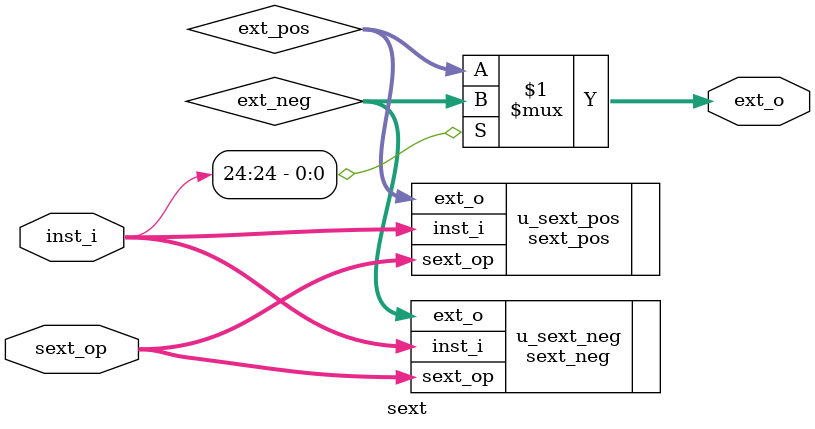
<source format=v>
`timescale 1ns / 1ps
`include "param.vh"

module sext(
    input       [24:0]  inst_i,     // inst[31:7]
    input       [2:0]   sext_op,
    output      [31:0]  ext_o
    );
    wire [31:0] ext_pos;
    wire [31:0] ext_neg;

    sext_pos u_sext_pos(
        .inst_i     (inst_i),
        .sext_op    (sext_op),
        .ext_o      (ext_pos)
    );

    sext_neg u_sext_neg(
        .inst_i     (inst_i),
        .sext_op    (sext_op),
        .ext_o      (ext_neg)
    );
    assign ext_o = inst_i[24] ? ext_neg : ext_pos;
endmodule

</source>
